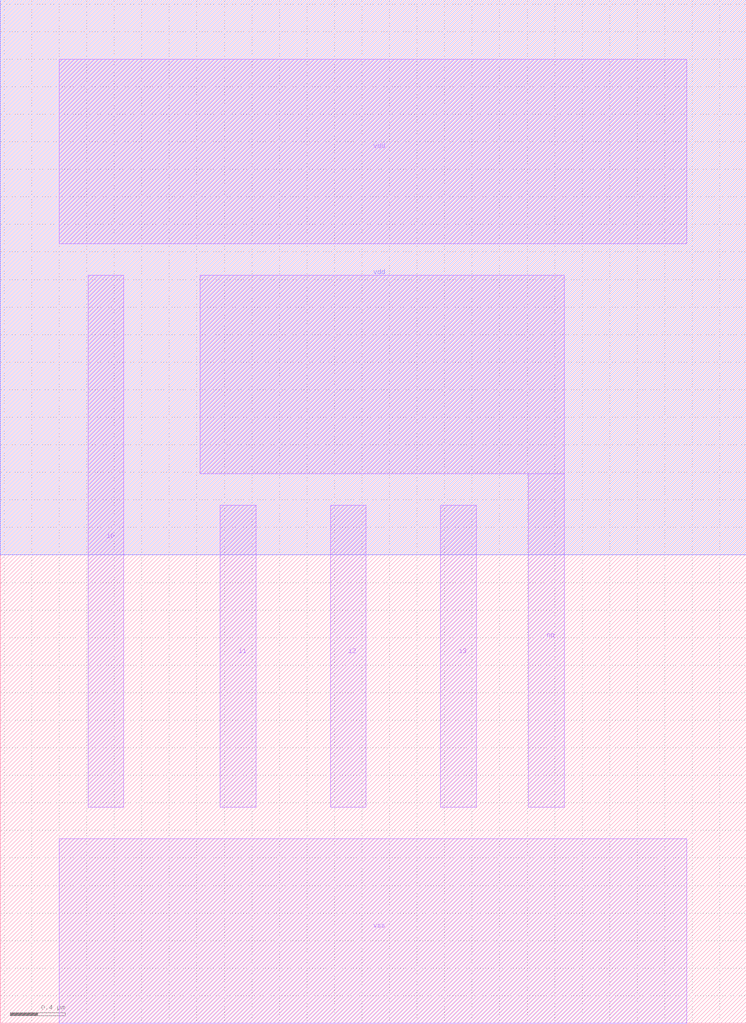
<source format=lef>
VERSION 5.7 ;
  NOWIREEXTENSIONATPIN ON ;
  DIVIDERCHAR "/" ;
  BUSBITCHARS "[]" ;
MACRO nand4_x1
  CLASS BLOCK ;
  FOREIGN nand4_x1 ;
  ORIGIN 0.430 0.000 ;
  SIZE 5.420 BY 7.430 ;
  PIN vss
    ANTENNADIFFAREA 2.365800 ;
    PORT
      LAYER Metal1 ;
        RECT 0.000 0.000 4.560 1.340 ;
    END
  END vss
  PIN vdd
    ANTENNADIFFAREA 4.445800 ;
    PORT
      LAYER Nwell ;
        RECT -0.430 3.400 4.990 7.430 ;
      LAYER Metal1 ;
        RECT 0.000 5.660 4.560 7.000 ;
    END
  END vdd
  PIN i0
    ANTENNAGATEAREA 1.106000 ;
    PORT
      LAYER Metal1 ;
        RECT 0.210 1.570 0.470 5.430 ;
    END
  END i0
  PIN nq
    ANTENNADIFFAREA 2.983000 ;
    PORT
      LAYER Metal1 ;
        RECT 1.025 3.990 3.670 5.430 ;
        RECT 3.410 1.570 3.670 3.990 ;
    END
  END nq
  PIN i1
    ANTENNAGATEAREA 1.106000 ;
    PORT
      LAYER Metal1 ;
        RECT 1.170 1.570 1.430 3.760 ;
    END
  END i1
  PIN i2
    ANTENNAGATEAREA 1.106000 ;
    PORT
      LAYER Metal1 ;
        RECT 1.970 1.570 2.230 3.760 ;
    END
  END i2
  PIN i3
    ANTENNAGATEAREA 1.106000 ;
    PORT
      LAYER Metal1 ;
        RECT 2.770 1.570 3.030 3.760 ;
    END
  END i3
END nand4_x1
END LIBRARY


</source>
